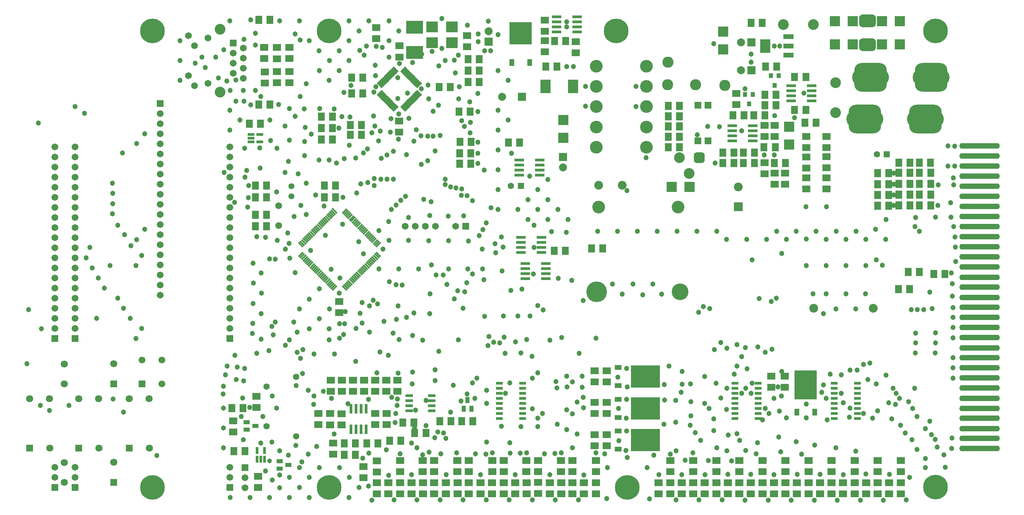
<source format=gts>
%FSLAX43Y43*%
%MOMM*%
G71*
G01*
G75*
G04 Layer_Color=8388736*
%ADD10C,0.300*%
%ADD11R,1.600X1.800*%
%ADD12R,1.800X1.600*%
%ADD13R,1.000X1.600*%
%ADD14R,5.500X5.400*%
%ADD15R,2.200X0.600*%
%ADD16R,2.200X0.600*%
%ADD17R,0.900X0.950*%
%ADD18R,0.900X0.950*%
%ADD19R,2.400X1.000*%
%ADD20R,2.400X3.300*%
%ADD21R,1.300X0.850*%
G04:AMPARAMS|DCode=22|XSize=1.5mm|YSize=0.25mm|CornerRadius=0mm|HoleSize=0mm|Usage=FLASHONLY|Rotation=315.000|XOffset=0mm|YOffset=0mm|HoleType=Round|Shape=Round|*
%AMOVALD22*
21,1,1.250,0.250,0.000,0.000,315.0*
1,1,0.250,-0.442,0.442*
1,1,0.250,0.442,-0.442*
%
%ADD22OVALD22*%

G04:AMPARAMS|DCode=23|XSize=1.5mm|YSize=0.25mm|CornerRadius=0mm|HoleSize=0mm|Usage=FLASHONLY|Rotation=315.000|XOffset=0mm|YOffset=0mm|HoleType=Round|Shape=Rectangle|*
%AMROTATEDRECTD23*
4,1,4,-0.619,0.442,-0.442,0.619,0.619,-0.442,0.442,-0.619,-0.619,0.442,0.0*
%
%ADD23ROTATEDRECTD23*%

G04:AMPARAMS|DCode=24|XSize=1.5mm|YSize=0.25mm|CornerRadius=0mm|HoleSize=0mm|Usage=FLASHONLY|Rotation=45.000|XOffset=0mm|YOffset=0mm|HoleType=Round|Shape=Round|*
%AMOVALD24*
21,1,1.250,0.250,0.000,0.000,45.0*
1,1,0.250,-0.442,-0.442*
1,1,0.250,0.442,0.442*
%
%ADD24OVALD24*%

%ADD25O,10.000X1.200*%
%ADD26R,0.550X1.450*%
%ADD27R,0.550X1.450*%
%ADD28R,1.550X0.600*%
%ADD29R,7.100X5.500*%
%ADD30R,1.600X1.000*%
%ADD31R,5.500X7.100*%
%ADD32R,1.550X0.600*%
%ADD33R,1.700X0.600*%
%ADD34R,1.700X0.600*%
%ADD35R,0.600X2.200*%
%ADD36R,0.600X2.200*%
%ADD37R,0.850X1.300*%
%ADD38R,4.000X3.000*%
G04:AMPARAMS|DCode=39|XSize=1.55mm|YSize=0.3mm|CornerRadius=0mm|HoleSize=0mm|Usage=FLASHONLY|Rotation=315.000|XOffset=0mm|YOffset=0mm|HoleType=Round|Shape=Rectangle|*
%AMROTATEDRECTD39*
4,1,4,-0.654,0.442,-0.442,0.654,0.654,-0.442,0.442,-0.654,-0.654,0.442,0.0*
%
%ADD39ROTATEDRECTD39*%

G04:AMPARAMS|DCode=40|XSize=1.55mm|YSize=0.3mm|CornerRadius=0mm|HoleSize=0mm|Usage=FLASHONLY|Rotation=45.000|XOffset=0mm|YOffset=0mm|HoleType=Round|Shape=Rectangle|*
%AMROTATEDRECTD40*
4,1,4,-0.442,-0.654,-0.654,-0.442,0.442,0.654,0.654,0.442,-0.442,-0.654,0.0*
%
%ADD40ROTATEDRECTD40*%

G04:AMPARAMS|DCode=41|XSize=1.55mm|YSize=0.3mm|CornerRadius=0mm|HoleSize=0mm|Usage=FLASHONLY|Rotation=315.000|XOffset=0mm|YOffset=0mm|HoleType=Round|Shape=Rectangle|*
%AMROTATEDRECTD41*
4,1,4,-0.654,0.442,-0.442,0.654,0.654,-0.442,0.442,-0.654,-0.654,0.442,0.0*
%
%ADD41ROTATEDRECTD41*%

%ADD42R,2.700X2.500*%
%ADD43R,1.450X0.550*%
%ADD44R,1.450X0.550*%
%ADD45R,1.500X1.500*%
%ADD46R,2.300X2.300*%
%ADD47R,2.400X3.300*%
%ADD48R,2.300X2.300*%
%ADD49C,2.000*%
%ADD50C,1.500*%
%ADD51C,0.600*%
%ADD52C,0.800*%
%ADD53C,1.000*%
%ADD54C,0.400*%
%ADD55C,0.500*%
%ADD56C,0.700*%
%ADD57C,0.250*%
%ADD58C,2.500*%
%ADD59C,2.000*%
G04:AMPARAMS|DCode=60|XSize=2.5mm|YSize=2.5mm|CornerRadius=0.625mm|HoleSize=0mm|Usage=FLASHONLY|Rotation=180.000|XOffset=0mm|YOffset=0mm|HoleType=Round|Shape=RoundedRectangle|*
%AMROUNDEDRECTD60*
21,1,2.500,1.250,0,0,180.0*
21,1,1.250,2.500,0,0,180.0*
1,1,1.250,-0.625,0.625*
1,1,1.250,0.625,0.625*
1,1,1.250,0.625,-0.625*
1,1,1.250,-0.625,-0.625*
%
%ADD60ROUNDEDRECTD60*%
%ADD61C,1.400*%
%ADD62R,1.400X1.400*%
%ADD63R,1.800X1.800*%
%ADD64C,1.800*%
%ADD65R,1.800X1.800*%
%ADD66C,2.600*%
%ADD67R,1.500X1.500*%
%ADD68C,1.500*%
%ADD69C,6.000*%
%ADD70C,4.000*%
%ADD71R,1.600X1.600*%
%ADD72C,1.600*%
%ADD73R,1.600X1.600*%
%ADD74C,5.000*%
%ADD75C,1.300*%
G04:AMPARAMS|DCode=76|XSize=4mm|YSize=3mm|CornerRadius=0.75mm|HoleSize=0mm|Usage=FLASHONLY|Rotation=180.000|XOffset=0mm|YOffset=0mm|HoleType=Round|Shape=RoundedRectangle|*
%AMROUNDEDRECTD76*
21,1,4.000,1.500,0,0,180.0*
21,1,2.500,3.000,0,0,180.0*
1,1,1.500,-1.250,0.750*
1,1,1.500,1.250,0.750*
1,1,1.500,1.250,-0.750*
1,1,1.500,-1.250,-0.750*
%
%ADD76ROUNDEDRECTD76*%
G04:AMPARAMS|DCode=77|XSize=8mm|YSize=7mm|CornerRadius=1.75mm|HoleSize=0mm|Usage=FLASHONLY|Rotation=180.000|XOffset=0mm|YOffset=0mm|HoleType=Round|Shape=RoundedRectangle|*
%AMROUNDEDRECTD77*
21,1,8.000,3.500,0,0,180.0*
21,1,4.500,7.000,0,0,180.0*
1,1,3.500,-2.250,1.750*
1,1,3.500,2.250,1.750*
1,1,3.500,2.250,-1.750*
1,1,3.500,-2.250,-1.750*
%
%ADD77ROUNDEDRECTD77*%
%ADD78R,2.000X2.000*%
%ADD79C,3.000*%
%ADD80C,1.000*%
%ADD81C,1.100*%
%ADD82R,1.803X2.003*%
%ADD83R,2.003X1.803*%
%ADD84R,1.203X1.803*%
%ADD85R,5.703X5.603*%
%ADD86R,2.403X0.803*%
%ADD87R,2.403X0.803*%
%ADD88R,1.103X1.153*%
%ADD89R,1.103X1.153*%
%ADD90R,2.603X1.203*%
%ADD91R,2.603X3.503*%
%ADD92R,1.503X1.053*%
G04:AMPARAMS|DCode=93|XSize=1.703mm|YSize=0.453mm|CornerRadius=0mm|HoleSize=0mm|Usage=FLASHONLY|Rotation=315.000|XOffset=0mm|YOffset=0mm|HoleType=Round|Shape=Round|*
%AMOVALD93*
21,1,1.250,0.453,0.000,0.000,315.0*
1,1,0.453,-0.442,0.442*
1,1,0.453,0.442,-0.442*
%
%ADD93OVALD93*%

G04:AMPARAMS|DCode=94|XSize=1.703mm|YSize=0.453mm|CornerRadius=0mm|HoleSize=0mm|Usage=FLASHONLY|Rotation=315.000|XOffset=0mm|YOffset=0mm|HoleType=Round|Shape=Rectangle|*
%AMROTATEDRECTD94*
4,1,4,-0.762,0.442,-0.442,0.762,0.762,-0.442,0.442,-0.762,-0.762,0.442,0.0*
%
%ADD94ROTATEDRECTD94*%

G04:AMPARAMS|DCode=95|XSize=1.703mm|YSize=0.453mm|CornerRadius=0mm|HoleSize=0mm|Usage=FLASHONLY|Rotation=45.000|XOffset=0mm|YOffset=0mm|HoleType=Round|Shape=Round|*
%AMOVALD95*
21,1,1.250,0.453,0.000,0.000,45.0*
1,1,0.453,-0.442,-0.442*
1,1,0.453,0.442,0.442*
%
%ADD95OVALD95*%

%ADD96O,10.203X1.403*%
%ADD97R,0.753X1.653*%
%ADD98R,0.753X1.653*%
%ADD99R,1.753X0.803*%
%ADD100R,7.303X5.703*%
%ADD101R,1.803X1.203*%
%ADD102R,5.703X7.303*%
%ADD103R,1.753X0.803*%
%ADD104R,1.903X0.803*%
%ADD105R,1.903X0.803*%
%ADD106R,0.803X2.403*%
%ADD107R,0.803X2.403*%
%ADD108R,1.053X1.503*%
%ADD109R,4.203X3.203*%
G04:AMPARAMS|DCode=110|XSize=1.753mm|YSize=0.503mm|CornerRadius=0mm|HoleSize=0mm|Usage=FLASHONLY|Rotation=315.000|XOffset=0mm|YOffset=0mm|HoleType=Round|Shape=Rectangle|*
%AMROTATEDRECTD110*
4,1,4,-0.798,0.442,-0.442,0.798,0.798,-0.442,0.442,-0.798,-0.798,0.442,0.0*
%
%ADD110ROTATEDRECTD110*%

G04:AMPARAMS|DCode=111|XSize=1.753mm|YSize=0.503mm|CornerRadius=0mm|HoleSize=0mm|Usage=FLASHONLY|Rotation=45.000|XOffset=0mm|YOffset=0mm|HoleType=Round|Shape=Rectangle|*
%AMROTATEDRECTD111*
4,1,4,-0.442,-0.798,-0.798,-0.442,0.442,0.798,0.798,0.442,-0.442,-0.798,0.0*
%
%ADD111ROTATEDRECTD111*%

G04:AMPARAMS|DCode=112|XSize=1.753mm|YSize=0.503mm|CornerRadius=0mm|HoleSize=0mm|Usage=FLASHONLY|Rotation=315.000|XOffset=0mm|YOffset=0mm|HoleType=Round|Shape=Rectangle|*
%AMROTATEDRECTD112*
4,1,4,-0.798,0.442,-0.442,0.798,0.798,-0.442,0.442,-0.798,-0.798,0.442,0.0*
%
%ADD112ROTATEDRECTD112*%

%ADD113R,2.903X2.703*%
%ADD114R,1.653X0.753*%
%ADD115R,1.653X0.753*%
%ADD116R,1.703X1.703*%
%ADD117R,2.503X2.503*%
%ADD118R,2.603X3.503*%
%ADD119R,2.503X2.503*%
%ADD120C,2.703*%
%ADD121C,2.203*%
G04:AMPARAMS|DCode=122|XSize=2.703mm|YSize=2.703mm|CornerRadius=0.727mm|HoleSize=0mm|Usage=FLASHONLY|Rotation=180.000|XOffset=0mm|YOffset=0mm|HoleType=Round|Shape=RoundedRectangle|*
%AMROUNDEDRECTD122*
21,1,2.703,1.250,0,0,180.0*
21,1,1.250,2.703,0,0,180.0*
1,1,1.453,-0.625,0.625*
1,1,1.453,0.625,0.625*
1,1,1.453,0.625,-0.625*
1,1,1.453,-0.625,-0.625*
%
%ADD122ROUNDEDRECTD122*%
%ADD123C,1.603*%
%ADD124R,1.603X1.603*%
%ADD125R,2.003X2.003*%
%ADD126C,2.003*%
%ADD127R,2.003X2.003*%
%ADD128C,2.803*%
%ADD129R,1.703X1.703*%
%ADD130C,1.703*%
%ADD131C,6.203*%
%ADD132C,4.203*%
%ADD133R,1.803X1.803*%
%ADD134C,1.803*%
%ADD135R,1.803X1.803*%
%ADD136C,5.203*%
%ADD137C,1.503*%
G04:AMPARAMS|DCode=138|XSize=4.203mm|YSize=3.203mm|CornerRadius=0.852mm|HoleSize=0mm|Usage=FLASHONLY|Rotation=180.000|XOffset=0mm|YOffset=0mm|HoleType=Round|Shape=RoundedRectangle|*
%AMROUNDEDRECTD138*
21,1,4.203,1.500,0,0,180.0*
21,1,2.500,3.203,0,0,180.0*
1,1,1.703,-1.250,0.750*
1,1,1.703,1.250,0.750*
1,1,1.703,1.250,-0.750*
1,1,1.703,-1.250,-0.750*
%
%ADD138ROUNDEDRECTD138*%
G04:AMPARAMS|DCode=139|XSize=8.203mm|YSize=7.203mm|CornerRadius=1.852mm|HoleSize=0mm|Usage=FLASHONLY|Rotation=180.000|XOffset=0mm|YOffset=0mm|HoleType=Round|Shape=RoundedRectangle|*
%AMROUNDEDRECTD139*
21,1,8.203,3.500,0,0,180.0*
21,1,4.500,7.203,0,0,180.0*
1,1,3.703,-2.250,1.750*
1,1,3.703,2.250,1.750*
1,1,3.703,2.250,-1.750*
1,1,3.703,-2.250,-1.750*
%
%ADD139ROUNDEDRECTD139*%
%ADD140R,2.203X2.203*%
%ADD141C,3.203*%
%ADD142C,1.203*%
%ADD143C,1.303*%
D82*
X187100Y108400D02*
D03*
X189900Y108400D02*
D03*
X176097Y122003D02*
D03*
X178897Y122003D02*
D03*
X67988Y92593D02*
D03*
X48809Y14115D02*
D03*
X46009D02*
D03*
X70788Y92593D02*
D03*
X222088Y58793D02*
D03*
X215688Y59293D02*
D03*
X102862Y92007D02*
D03*
X105662Y92007D02*
D03*
X213188Y54993D02*
D03*
X215988Y54993D02*
D03*
X213309Y84214D02*
D03*
X216109Y84214D02*
D03*
X218509Y84214D02*
D03*
X221309Y84214D02*
D03*
X210791Y84186D02*
D03*
X207991Y84186D02*
D03*
X213309Y81414D02*
D03*
X216109Y81414D02*
D03*
X218509Y81414D02*
D03*
X221309Y81414D02*
D03*
X210791Y81386D02*
D03*
X207991Y81386D02*
D03*
X213309Y78714D02*
D03*
X216109Y78714D02*
D03*
X218509Y78714D02*
D03*
X221309Y78714D02*
D03*
X210791Y78686D02*
D03*
X207991Y78686D02*
D03*
X213309Y76014D02*
D03*
X216109Y76014D02*
D03*
X218509Y76014D02*
D03*
X221309Y76014D02*
D03*
X210791Y75986D02*
D03*
X207991Y75986D02*
D03*
X88509Y21314D02*
D03*
X91309Y21314D02*
D03*
X91509Y18715D02*
D03*
X94309Y18714D02*
D03*
X218500Y86800D02*
D03*
X221300Y86800D02*
D03*
X73788Y13193D02*
D03*
X76588D02*
D03*
X51388Y78043D02*
D03*
X54188Y78043D02*
D03*
X51388Y80993D02*
D03*
X54188Y80993D02*
D03*
X51388Y70793D02*
D03*
X54188Y70793D02*
D03*
X51388Y73693D02*
D03*
X54188D02*
D03*
X76612Y16107D02*
D03*
X73812Y16107D02*
D03*
X213288Y86793D02*
D03*
X216088Y86793D02*
D03*
X82212Y16107D02*
D03*
X79412Y16107D02*
D03*
X68788Y78093D02*
D03*
X71588Y78093D02*
D03*
X49888Y96593D02*
D03*
X52688Y96593D02*
D03*
X87995Y16802D02*
D03*
X85195Y16802D02*
D03*
X97788Y21693D02*
D03*
X100588Y21693D02*
D03*
X106112Y21707D02*
D03*
X103312Y21707D02*
D03*
X48312Y25007D02*
D03*
X45512Y25007D02*
D03*
X218488Y59293D02*
D03*
X138812Y65207D02*
D03*
X136012Y65207D02*
D03*
X224888Y58793D02*
D03*
X129412Y64607D02*
D03*
X126612D02*
D03*
X71595Y80991D02*
D03*
X68795D02*
D03*
X52305Y122798D02*
D03*
X55105Y122798D02*
D03*
X52305Y101398D02*
D03*
X55105D02*
D03*
X67988Y95493D02*
D03*
X70788D02*
D03*
X67988Y98393D02*
D03*
X70788D02*
D03*
X104938Y107093D02*
D03*
X107738Y107093D02*
D03*
X100445Y105802D02*
D03*
X97645Y105802D02*
D03*
X102638Y99693D02*
D03*
X105438Y99693D02*
D03*
X102838Y89193D02*
D03*
X105638Y89193D02*
D03*
X102838Y86493D02*
D03*
X105638Y86493D02*
D03*
X75655Y104198D02*
D03*
X78455Y104198D02*
D03*
X78462Y108207D02*
D03*
X75662D02*
D03*
X78062Y93807D02*
D03*
X75262D02*
D03*
X78062Y96307D02*
D03*
X75262D02*
D03*
X104938Y112893D02*
D03*
X107738D02*
D03*
X104938Y109993D02*
D03*
X107738Y109993D02*
D03*
X126700Y117400D02*
D03*
X129500Y117400D02*
D03*
X158097Y101103D02*
D03*
X155297D02*
D03*
X158097Y98503D02*
D03*
X155297D02*
D03*
X158100Y95900D02*
D03*
X155300D02*
D03*
X158100Y93300D02*
D03*
X155300D02*
D03*
X158100Y90700D02*
D03*
X155300D02*
D03*
X171797Y86703D02*
D03*
X168997D02*
D03*
X189900Y100100D02*
D03*
X187100Y100100D02*
D03*
X179600Y101300D02*
D03*
X182400Y101300D02*
D03*
X179600Y98700D02*
D03*
X176800D02*
D03*
X174200Y86700D02*
D03*
X177000D02*
D03*
X182003Y86697D02*
D03*
X184803Y86697D02*
D03*
X179603Y103897D02*
D03*
X182403D02*
D03*
X182600Y111000D02*
D03*
X179800D02*
D03*
X182197Y90703D02*
D03*
X179397D02*
D03*
X171603Y98697D02*
D03*
X174403D02*
D03*
X177000Y89300D02*
D03*
X174200D02*
D03*
X169000Y89300D02*
D03*
X171800Y89300D02*
D03*
X192497Y96903D02*
D03*
X189697D02*
D03*
X117900Y91900D02*
D03*
X115100Y91900D02*
D03*
X127305Y110998D02*
D03*
X124505Y110998D02*
D03*
D83*
X190003Y93403D02*
D03*
X190003Y90603D02*
D03*
X51693Y25112D02*
D03*
X51693Y27912D02*
D03*
X52109Y7795D02*
D03*
Y4995D02*
D03*
X87807Y11788D02*
D03*
X136786Y23609D02*
D03*
X136786Y26409D02*
D03*
X139786Y23609D02*
D03*
X139786Y26409D02*
D03*
X136786Y31609D02*
D03*
X136786Y34409D02*
D03*
X139786Y31609D02*
D03*
X139786Y34409D02*
D03*
X184615Y32991D02*
D03*
X184614Y30191D02*
D03*
X181214Y32991D02*
D03*
X181214Y30191D02*
D03*
X136786Y15509D02*
D03*
X136786Y18309D02*
D03*
X139786Y15509D02*
D03*
X139786Y18309D02*
D03*
X196414Y11791D02*
D03*
Y8991D02*
D03*
X196386Y3409D02*
D03*
X196386Y6209D02*
D03*
X190614Y11791D02*
D03*
Y8991D02*
D03*
X190586Y3409D02*
D03*
X190586Y6209D02*
D03*
X184814Y11791D02*
D03*
Y8991D02*
D03*
X184786Y3409D02*
D03*
X184786Y6209D02*
D03*
X179014Y11791D02*
D03*
Y8991D02*
D03*
X178986Y3409D02*
D03*
X178986Y6209D02*
D03*
X173214Y11791D02*
D03*
Y8991D02*
D03*
X173186Y3409D02*
D03*
X173186Y6209D02*
D03*
X167414Y11791D02*
D03*
Y8991D02*
D03*
X167386Y3409D02*
D03*
X167386Y6209D02*
D03*
X161614Y11791D02*
D03*
Y8991D02*
D03*
X161586Y3409D02*
D03*
Y6209D02*
D03*
X202207Y11788D02*
D03*
X131214Y11791D02*
D03*
Y8991D02*
D03*
X128314Y11791D02*
D03*
X128314Y8991D02*
D03*
X131214Y6191D02*
D03*
Y3391D02*
D03*
X128383Y6197D02*
D03*
Y3397D02*
D03*
X122514Y11791D02*
D03*
Y8991D02*
D03*
X119614Y11791D02*
D03*
Y8991D02*
D03*
X122564Y6241D02*
D03*
Y3441D02*
D03*
X119683Y6197D02*
D03*
Y3397D02*
D03*
X113914Y11791D02*
D03*
Y8991D02*
D03*
X111014Y11791D02*
D03*
Y8991D02*
D03*
X113914Y6191D02*
D03*
Y3391D02*
D03*
X110983Y6197D02*
D03*
Y3397D02*
D03*
X108086Y3409D02*
D03*
X108086Y6209D02*
D03*
X213807Y8988D02*
D03*
Y11788D02*
D03*
X213793Y6212D02*
D03*
X213793Y3412D02*
D03*
X208007Y8988D02*
D03*
X208007Y11788D02*
D03*
X207993Y6212D02*
D03*
X207993Y3412D02*
D03*
X202207Y8988D02*
D03*
X202193Y6212D02*
D03*
X202193Y3412D02*
D03*
X155807Y8988D02*
D03*
X155807Y11788D02*
D03*
Y3388D02*
D03*
Y6188D02*
D03*
X137107Y8988D02*
D03*
X137107Y11788D02*
D03*
Y3388D02*
D03*
Y6188D02*
D03*
X82007Y8888D02*
D03*
Y11688D02*
D03*
X81993Y6212D02*
D03*
X81993Y3412D02*
D03*
X84443Y23662D02*
D03*
X84443Y20862D02*
D03*
X81607Y20838D02*
D03*
X81607Y23638D02*
D03*
Y29188D02*
D03*
X81607Y31988D02*
D03*
X78793Y32012D02*
D03*
X78793Y29212D02*
D03*
X84393Y32012D02*
D03*
X84393Y29212D02*
D03*
X87193Y32012D02*
D03*
X87193Y29212D02*
D03*
X73193Y32012D02*
D03*
X73193Y29212D02*
D03*
X75993Y32012D02*
D03*
X75993Y29212D02*
D03*
X70393Y32012D02*
D03*
X70393Y29212D02*
D03*
X70993Y16212D02*
D03*
X70993Y13412D02*
D03*
X70257Y20788D02*
D03*
X70257Y23588D02*
D03*
X73093Y23562D02*
D03*
Y20762D02*
D03*
X72507Y48988D02*
D03*
X72507Y51788D02*
D03*
X87643Y116212D02*
D03*
X87643Y113412D02*
D03*
X78607Y7488D02*
D03*
X78607Y10288D02*
D03*
X67298Y23595D02*
D03*
Y20795D02*
D03*
X45807Y18988D02*
D03*
Y21788D02*
D03*
X84893Y6212D02*
D03*
X84893Y3412D02*
D03*
X87807Y8988D02*
D03*
X87791Y3405D02*
D03*
Y6205D02*
D03*
X53643Y115813D02*
D03*
Y113013D02*
D03*
X59952Y113005D02*
D03*
X59952Y115805D02*
D03*
X56857Y112988D02*
D03*
Y115788D02*
D03*
X53757Y106888D02*
D03*
Y109688D02*
D03*
X59998Y109746D02*
D03*
X59998Y106946D02*
D03*
X56843Y109713D02*
D03*
X56843Y106913D02*
D03*
X81843Y120812D02*
D03*
X81843Y118012D02*
D03*
X87543Y97312D02*
D03*
X87543Y94512D02*
D03*
X104657Y115988D02*
D03*
X104657Y118788D02*
D03*
X90686Y6209D02*
D03*
X90686Y3409D02*
D03*
X93583Y3397D02*
D03*
Y6197D02*
D03*
X96414Y3391D02*
D03*
Y6191D02*
D03*
X93514Y8991D02*
D03*
Y11791D02*
D03*
X96414Y8991D02*
D03*
Y11791D02*
D03*
X99386Y6209D02*
D03*
X99386Y3409D02*
D03*
X102283Y3397D02*
D03*
Y6197D02*
D03*
X105114Y3391D02*
D03*
Y6191D02*
D03*
X102214Y8991D02*
D03*
Y11791D02*
D03*
X105114Y8991D02*
D03*
Y11791D02*
D03*
X210893Y6212D02*
D03*
Y3412D02*
D03*
X205093Y6212D02*
D03*
Y3412D02*
D03*
X199293Y6212D02*
D03*
Y3412D02*
D03*
X152893Y6212D02*
D03*
Y3412D02*
D03*
X134093Y6212D02*
D03*
Y3412D02*
D03*
X125493Y6212D02*
D03*
Y3412D02*
D03*
X116793Y6212D02*
D03*
Y3412D02*
D03*
X193493Y6212D02*
D03*
Y3412D02*
D03*
X187693Y6212D02*
D03*
Y3412D02*
D03*
X181893Y6212D02*
D03*
Y3412D02*
D03*
X176093Y6212D02*
D03*
Y3412D02*
D03*
X170293Y6212D02*
D03*
Y3412D02*
D03*
X164493Y6212D02*
D03*
Y3412D02*
D03*
X158693Y6212D02*
D03*
Y3412D02*
D03*
X124200Y119900D02*
D03*
Y122700D02*
D03*
X132003Y114503D02*
D03*
X132003Y117303D02*
D03*
X124200Y114700D02*
D03*
Y117500D02*
D03*
X182094Y96194D02*
D03*
Y93394D02*
D03*
X179503Y84003D02*
D03*
X179503Y86803D02*
D03*
X195100Y90600D02*
D03*
X195100Y93400D02*
D03*
X179500Y93400D02*
D03*
Y96200D02*
D03*
X184700Y84200D02*
D03*
X184700Y81400D02*
D03*
X195100Y85500D02*
D03*
Y88300D02*
D03*
X195100Y80200D02*
D03*
X195100Y83000D02*
D03*
X190000Y85400D02*
D03*
Y88200D02*
D03*
Y80200D02*
D03*
Y83000D02*
D03*
X172400Y104200D02*
D03*
X172400Y101400D02*
D03*
X182094Y84194D02*
D03*
X182094Y81394D02*
D03*
D84*
X120400Y112000D02*
D03*
X115900Y112000D02*
D03*
X187612Y23971D02*
D03*
X192182D02*
D03*
D85*
X118150Y119400D02*
D03*
D86*
X117789Y87502D02*
D03*
X122989D02*
D03*
X118189Y68002D02*
D03*
X123389D02*
D03*
X119289Y61402D02*
D03*
X124489Y61402D02*
D03*
X132400Y119730D02*
D03*
X191389Y106202D02*
D03*
X186189D02*
D03*
X176604Y92295D02*
D03*
D87*
X122989Y83692D02*
D03*
X122989Y84962D02*
D03*
Y86232D02*
D03*
X117789Y83692D02*
D03*
X117789Y84962D02*
D03*
X117789Y86232D02*
D03*
X123389Y64192D02*
D03*
Y65462D02*
D03*
X123389Y66732D02*
D03*
X118189Y64192D02*
D03*
X118189Y65462D02*
D03*
Y66732D02*
D03*
X124489Y57592D02*
D03*
X124489Y58862D02*
D03*
Y60132D02*
D03*
X119289Y57592D02*
D03*
X119289Y58862D02*
D03*
X119289Y60132D02*
D03*
X132400Y121000D02*
D03*
X132400Y122270D02*
D03*
Y123540D02*
D03*
X127200Y119730D02*
D03*
X127200Y123540D02*
D03*
X127200Y122270D02*
D03*
X127200Y121000D02*
D03*
X186189Y104932D02*
D03*
X186189Y103662D02*
D03*
X186189Y102392D02*
D03*
X191389Y104932D02*
D03*
X191389Y103662D02*
D03*
X191389Y102392D02*
D03*
X176604Y93565D02*
D03*
Y94835D02*
D03*
Y96105D02*
D03*
X171404Y92295D02*
D03*
X171404Y96105D02*
D03*
X171404Y94835D02*
D03*
X171404Y93565D02*
D03*
D88*
X183050Y108750D02*
D03*
X182100Y106250D02*
D03*
X175600Y101625D02*
D03*
X176550Y103975D02*
D03*
D89*
X181150Y108750D02*
D03*
X174650Y103975D02*
D03*
D90*
X185500Y113900D02*
D03*
X185500Y116200D02*
D03*
X185500Y118500D02*
D03*
D91*
X179700Y116200D02*
D03*
D92*
X59694Y10694D02*
D03*
X57495Y11644D02*
D03*
Y9744D02*
D03*
X51398Y20498D02*
D03*
X49198Y21448D02*
D03*
X49198Y19548D02*
D03*
D93*
X69241Y72501D02*
D03*
X62877Y66137D02*
D03*
X63231Y66491D02*
D03*
X63584Y66845D02*
D03*
X63938Y67198D02*
D03*
X64291Y67552D02*
D03*
X64645Y67905D02*
D03*
X64999Y68259D02*
D03*
X65352Y68612D02*
D03*
X65706Y68966D02*
D03*
X66059Y69319D02*
D03*
X66413Y69673D02*
D03*
X66766Y70026D02*
D03*
X67120Y70380D02*
D03*
X67474Y70734D02*
D03*
X67827Y71087D02*
D03*
X68181Y71441D02*
D03*
X68534Y71794D02*
D03*
X68888Y72148D02*
D03*
X69595Y72855D02*
D03*
X69948Y73209D02*
D03*
X70302Y73562D02*
D03*
X70655Y73916D02*
D03*
X71009Y74269D02*
D03*
X82323Y63663D02*
D03*
X81969Y63309D02*
D03*
X81616Y62955D02*
D03*
X81262Y62602D02*
D03*
X80909Y62248D02*
D03*
X80555Y61895D02*
D03*
X80201Y61541D02*
D03*
X79848Y61188D02*
D03*
X79494Y60834D02*
D03*
X78787Y60127D02*
D03*
X78434Y59773D02*
D03*
X78080Y59420D02*
D03*
X76312Y57652D02*
D03*
X75959Y57299D02*
D03*
X75605Y56945D02*
D03*
X75252Y56591D02*
D03*
X74898Y56238D02*
D03*
X74545Y55884D02*
D03*
X74191Y55531D02*
D03*
X73837Y55177D02*
D03*
X77019Y58359D02*
D03*
X77373Y58713D02*
D03*
X77727Y59066D02*
D03*
X76666Y58006D02*
D03*
X79141Y60481D02*
D03*
D94*
X71345Y74640D02*
D03*
D95*
X71363Y55177D02*
D03*
X71009Y55531D02*
D03*
X70656Y55884D02*
D03*
X70302Y56238D02*
D03*
X69948Y56591D02*
D03*
X69595Y56945D02*
D03*
X69241Y57299D02*
D03*
X68888Y57652D02*
D03*
X68534Y58006D02*
D03*
X68181Y58359D02*
D03*
X67827Y58713D02*
D03*
X67473Y59066D02*
D03*
X67120Y59420D02*
D03*
X66766Y59773D02*
D03*
X66413Y60127D02*
D03*
X66059Y60481D02*
D03*
X65706Y60834D02*
D03*
X65352Y61188D02*
D03*
X64999Y61541D02*
D03*
X64645Y61895D02*
D03*
X64291Y62248D02*
D03*
X63938Y62602D02*
D03*
X63584Y62956D02*
D03*
X63231Y63309D02*
D03*
X62877Y63663D02*
D03*
X73837Y74623D02*
D03*
X74191Y74269D02*
D03*
X74545Y73916D02*
D03*
X74898Y73562D02*
D03*
X75252Y73209D02*
D03*
X75605Y72855D02*
D03*
X75959Y72537D02*
D03*
X76312Y72148D02*
D03*
X76666Y71794D02*
D03*
X77019Y71441D02*
D03*
X77373Y71087D02*
D03*
X77727Y70734D02*
D03*
X78080Y70380D02*
D03*
X78434Y70026D02*
D03*
X78787Y69673D02*
D03*
X79141Y69319D02*
D03*
X79494Y68966D02*
D03*
X79848Y68612D02*
D03*
X80201Y68259D02*
D03*
X80555Y67905D02*
D03*
X80909Y67552D02*
D03*
X81262Y67233D02*
D03*
X81616Y66845D02*
D03*
X81969Y66491D02*
D03*
X82323Y66137D02*
D03*
D96*
X233589Y37650D02*
D03*
Y40175D02*
D03*
X233589Y73200D02*
D03*
X233589Y35100D02*
D03*
Y32575D02*
D03*
Y55425D02*
D03*
X233589Y80850D02*
D03*
Y83375D02*
D03*
Y85925D02*
D03*
Y88450D02*
D03*
Y91000D02*
D03*
X233589Y14800D02*
D03*
Y17325D02*
D03*
Y19850D02*
D03*
Y22400D02*
D03*
Y24925D02*
D03*
Y27475D02*
D03*
Y30050D02*
D03*
Y45300D02*
D03*
Y42725D02*
D03*
Y52875D02*
D03*
Y47825D02*
D03*
Y50350D02*
D03*
X233589Y68125D02*
D03*
Y65600D02*
D03*
Y63075D02*
D03*
Y60500D02*
D03*
X233589Y57950D02*
D03*
X233589Y70675D02*
D03*
X233589Y78325D02*
D03*
X233589Y75750D02*
D03*
D97*
X51850Y14275D02*
D03*
X53750D02*
D03*
X52800Y12125D02*
D03*
X51850D02*
D03*
D98*
X53750Y12125D02*
D03*
D99*
X118625Y26165D02*
D03*
Y24895D02*
D03*
X177925D02*
D03*
X202920Y24902D02*
D03*
X118625Y22355D02*
D03*
X177925D02*
D03*
X202920Y22362D02*
D03*
X118625Y23625D02*
D03*
X177925D02*
D03*
X202920Y23632D02*
D03*
X118625Y29975D02*
D03*
Y28705D02*
D03*
X112775Y26165D02*
D03*
Y31245D02*
D03*
X172075D02*
D03*
Y29975D02*
D03*
Y27435D02*
D03*
Y26165D02*
D03*
Y24895D02*
D03*
Y23625D02*
D03*
Y22355D02*
D03*
X177925Y31245D02*
D03*
Y29975D02*
D03*
Y28705D02*
D03*
Y27435D02*
D03*
Y26165D02*
D03*
X202920Y29982D02*
D03*
X202920Y28712D02*
D03*
X202920Y27442D02*
D03*
Y26172D02*
D03*
X197070D02*
D03*
Y27442D02*
D03*
Y31252D02*
D03*
Y24902D02*
D03*
Y23632D02*
D03*
X197070Y22362D02*
D03*
X202920Y31252D02*
D03*
X112775Y29975D02*
D03*
Y27435D02*
D03*
Y24895D02*
D03*
Y23625D02*
D03*
Y22355D02*
D03*
X118625Y31245D02*
D03*
Y27435D02*
D03*
X112775Y28705D02*
D03*
X197070Y28712D02*
D03*
X172075Y28705D02*
D03*
D100*
X149521Y24903D02*
D03*
Y32903D02*
D03*
Y16903D02*
D03*
D101*
X142671Y27188D02*
D03*
Y22618D02*
D03*
Y35188D02*
D03*
Y30618D02*
D03*
Y19188D02*
D03*
Y14618D02*
D03*
D102*
X189897Y30821D02*
D03*
D103*
X197070Y29982D02*
D03*
D104*
X90096Y25610D02*
D03*
X95796Y26880D02*
D03*
D105*
X90096Y24340D02*
D03*
X95796Y28150D02*
D03*
X95796Y25610D02*
D03*
Y24340D02*
D03*
X90096Y26880D02*
D03*
Y28150D02*
D03*
D106*
X77982Y24811D02*
D03*
X76712Y24811D02*
D03*
X75442Y24811D02*
D03*
X77982Y19611D02*
D03*
X76712Y19611D02*
D03*
X75442Y19611D02*
D03*
D107*
X79252Y19611D02*
D03*
Y24811D02*
D03*
D108*
X105752Y24798D02*
D03*
X103852Y24798D02*
D03*
X104802Y26998D02*
D03*
D109*
X91444Y114589D02*
D03*
Y120939D02*
D03*
D110*
X86630Y110208D02*
D03*
X89705Y101475D02*
D03*
X83801Y107380D02*
D03*
X84508Y108087D02*
D03*
X85922Y109501D02*
D03*
D111*
X88645Y110208D02*
D03*
X92534Y106319D02*
D03*
X92180Y106673D02*
D03*
X91827Y107026D02*
D03*
X91473Y107380D02*
D03*
X91120Y107733D02*
D03*
X90766Y108087D02*
D03*
X90412Y108440D02*
D03*
X90059Y108794D02*
D03*
X89705Y109147D02*
D03*
X89352Y109501D02*
D03*
X88998Y109855D02*
D03*
X86630Y100415D02*
D03*
X86276Y100768D02*
D03*
X85922Y101122D02*
D03*
X85569Y101475D02*
D03*
X85215Y101829D02*
D03*
X84862Y102183D02*
D03*
X84508Y102536D02*
D03*
X84155Y102890D02*
D03*
X83801Y103243D02*
D03*
X83448Y103597D02*
D03*
X83094Y103950D02*
D03*
X82740Y104304D02*
D03*
D112*
X91120Y102890D02*
D03*
X91473Y103243D02*
D03*
X88645Y100415D02*
D03*
X88998Y100768D02*
D03*
X89352Y101122D02*
D03*
X90059Y101829D02*
D03*
X90413Y102183D02*
D03*
X90766Y102536D02*
D03*
X91827Y103597D02*
D03*
X92180Y103950D02*
D03*
X92534Y104304D02*
D03*
X82740Y106319D02*
D03*
X83094Y106673D02*
D03*
X83448Y107026D02*
D03*
X84155Y107733D02*
D03*
X84862Y108440D02*
D03*
X85215Y108794D02*
D03*
X85569Y109148D02*
D03*
X86276Y109855D02*
D03*
D113*
X100850Y121000D02*
D03*
X95850D02*
D03*
X95850Y117000D02*
D03*
X100850D02*
D03*
D114*
X50334Y93942D02*
D03*
Y92992D02*
D03*
Y92042D02*
D03*
X52484D02*
D03*
D115*
X52484Y93942D02*
D03*
D116*
X162730Y101300D02*
D03*
Y92300D02*
D03*
X165270D02*
D03*
Y101300D02*
D03*
X104300Y70808D02*
D03*
X27450Y101700D02*
D03*
X45850Y116945D02*
D03*
D117*
X209049Y116594D02*
D03*
X213549Y116594D02*
D03*
X209049Y122394D02*
D03*
X213549D02*
D03*
X156149Y80694D02*
D03*
X160649D02*
D03*
X197249Y116594D02*
D03*
X201749D02*
D03*
X197249Y122394D02*
D03*
X201749D02*
D03*
D118*
X131375Y106000D02*
D03*
X124425D02*
D03*
D119*
X185706Y91349D02*
D03*
Y95849D02*
D03*
X169100Y119800D02*
D03*
X169100Y115300D02*
D03*
X128906Y93049D02*
D03*
Y97549D02*
D03*
D120*
X191800Y121600D02*
D03*
X184300D02*
D03*
X158100Y88100D02*
D03*
X160600Y84100D02*
D03*
X42500Y104600D02*
D03*
Y120400D02*
D03*
X197400Y106900D02*
D03*
Y99400D02*
D03*
D121*
X137800Y81100D02*
D03*
X143700D02*
D03*
X206897Y50112D02*
D03*
X191897D02*
D03*
X172900Y80700D02*
D03*
D122*
X163100Y88100D02*
D03*
D123*
X115688Y80909D02*
D03*
X54190Y30394D02*
D03*
Y20394D02*
D03*
X61690Y17894D02*
D03*
Y32894D02*
D03*
X207799Y88900D02*
D03*
D124*
X118188Y80909D02*
D03*
X210299Y88900D02*
D03*
D125*
X110100Y117300D02*
D03*
X128800Y88200D02*
D03*
D126*
X110100Y119900D02*
D03*
X113500Y103400D02*
D03*
X173600Y117100D02*
D03*
X173600Y110100D02*
D03*
X128800Y85600D02*
D03*
D127*
X118500Y103400D02*
D03*
X176200Y117100D02*
D03*
X176200Y110100D02*
D03*
D128*
X155100Y106400D02*
D03*
X155200Y112100D02*
D03*
X162200Y106400D02*
D03*
X169500Y106300D02*
D03*
D129*
X6039Y4991D02*
D03*
X45000Y42500D02*
D03*
Y5000D02*
D03*
X6050Y42500D02*
D03*
X48800Y10000D02*
D03*
X989Y4991D02*
D03*
X22851Y31091D02*
D03*
X1000Y42500D02*
D03*
D130*
X6039Y7531D02*
D03*
Y10071D02*
D03*
X101760Y70808D02*
D03*
X96680D02*
D03*
X94140D02*
D03*
X91600D02*
D03*
X89060D02*
D03*
X45000Y83140D02*
D03*
Y80600D02*
D03*
Y85680D02*
D03*
Y72980D02*
D03*
Y75520D02*
D03*
Y65360D02*
D03*
Y45040D02*
D03*
Y47580D02*
D03*
Y50120D02*
D03*
Y52660D02*
D03*
Y55200D02*
D03*
Y57740D02*
D03*
Y60280D02*
D03*
Y62820D02*
D03*
Y67900D02*
D03*
Y70440D02*
D03*
Y78060D02*
D03*
Y90760D02*
D03*
Y88220D02*
D03*
Y7540D02*
D03*
Y10080D02*
D03*
X6050Y90760D02*
D03*
Y88220D02*
D03*
Y85680D02*
D03*
Y83140D02*
D03*
Y80600D02*
D03*
Y78060D02*
D03*
Y75520D02*
D03*
Y72980D02*
D03*
Y70440D02*
D03*
Y67900D02*
D03*
Y65360D02*
D03*
Y62820D02*
D03*
Y60280D02*
D03*
Y57740D02*
D03*
Y55200D02*
D03*
Y52660D02*
D03*
Y50120D02*
D03*
Y47580D02*
D03*
Y45040D02*
D03*
X27450Y53440D02*
D03*
Y55980D02*
D03*
Y58520D02*
D03*
Y61060D02*
D03*
Y63600D02*
D03*
Y66140D02*
D03*
Y68680D02*
D03*
Y71220D02*
D03*
Y73760D02*
D03*
Y76300D02*
D03*
Y78840D02*
D03*
Y81380D02*
D03*
Y83920D02*
D03*
Y86460D02*
D03*
Y89000D02*
D03*
Y91540D02*
D03*
Y94080D02*
D03*
Y96620D02*
D03*
Y99160D02*
D03*
X48800Y4920D02*
D03*
Y7460D02*
D03*
X1000Y80600D02*
D03*
X989Y10071D02*
D03*
Y7531D02*
D03*
X48400Y115675D02*
D03*
X45850Y114405D02*
D03*
X48400Y113135D02*
D03*
X45850Y111865D02*
D03*
X48400Y110595D02*
D03*
X45850Y109325D02*
D03*
X48400Y108055D02*
D03*
X34600Y118810D02*
D03*
X36120Y116270D02*
D03*
X34600Y108700D02*
D03*
X36120Y106190D02*
D03*
X39500Y106800D02*
D03*
Y118200D02*
D03*
X57300Y70942D02*
D03*
X57300Y75942D02*
D03*
X27851Y31091D02*
D03*
X22851Y37091D02*
D03*
X27851D02*
D03*
X1000Y45040D02*
D03*
Y47580D02*
D03*
Y50120D02*
D03*
Y52660D02*
D03*
Y55200D02*
D03*
Y57740D02*
D03*
Y60280D02*
D03*
Y62820D02*
D03*
Y65360D02*
D03*
Y67900D02*
D03*
Y70440D02*
D03*
Y72980D02*
D03*
X1000Y75520D02*
D03*
X1000Y78060D02*
D03*
Y83140D02*
D03*
Y85680D02*
D03*
Y88220D02*
D03*
Y90760D02*
D03*
D131*
X25550Y120000D02*
D03*
Y5000D02*
D03*
X222500Y120000D02*
D03*
Y5050D02*
D03*
X70000Y120000D02*
D03*
Y5000D02*
D03*
X142200Y120000D02*
D03*
X145000Y5000D02*
D03*
D132*
X158305Y54291D02*
D03*
X223960Y108300D02*
D03*
X218880D02*
D03*
X208720D02*
D03*
X203640D02*
D03*
X222540Y97800D02*
D03*
X217460D02*
D03*
X207300D02*
D03*
X202220D02*
D03*
D133*
X15809Y31103D02*
D03*
Y6303D02*
D03*
D134*
X15809Y36183D02*
D03*
X3309Y31103D02*
D03*
Y36103D02*
D03*
X15809Y11383D02*
D03*
X3309Y6303D02*
D03*
Y11303D02*
D03*
X12083Y14891D02*
D03*
X7003Y27391D02*
D03*
X12003D02*
D03*
X24703D02*
D03*
X19703D02*
D03*
X24783Y14891D02*
D03*
X-397Y27391D02*
D03*
X-5397D02*
D03*
X-317Y14891D02*
D03*
D135*
X7003D02*
D03*
X19703Y14891D02*
D03*
X-5397D02*
D03*
D136*
X137305Y54291D02*
D03*
D137*
X60505Y80849D02*
D03*
Y78349D02*
D03*
D138*
X205400Y116500D02*
D03*
Y122500D02*
D03*
D139*
X221420Y108300D02*
D03*
X206180D02*
D03*
X220000Y97800D02*
D03*
X204760D02*
D03*
D140*
X172900Y75700D02*
D03*
D141*
X137200Y111100D02*
D03*
X149800D02*
D03*
Y106000D02*
D03*
X137200Y100900D02*
D03*
X149800D02*
D03*
X137200Y95800D02*
D03*
X149800D02*
D03*
X137200Y90700D02*
D03*
X149800D02*
D03*
X137200Y106000D02*
D03*
X157800Y75600D02*
D03*
X137800D02*
D03*
D142*
X55000Y11700D02*
D03*
D143*
X221400Y106000D02*
D03*
X221300Y110500D02*
D03*
X220100Y95700D02*
D03*
X219900Y100100D02*
D03*
X204800Y95700D02*
D03*
X204700Y100000D02*
D03*
X206000Y106000D02*
D03*
X206100Y110600D02*
D03*
X189900Y75700D02*
D03*
X206800Y116600D02*
D03*
X204000Y122500D02*
D03*
X206800D02*
D03*
X204000Y116600D02*
D03*
X179400Y88700D02*
D03*
X182100Y98600D02*
D03*
X173800Y94800D02*
D03*
X147200Y100900D02*
D03*
Y106000D02*
D03*
X129700Y111000D02*
D03*
X131400D02*
D03*
X144900Y79800D02*
D03*
X149700Y88100D02*
D03*
X110599Y115000D02*
D03*
X227400Y85925D02*
D03*
X225700Y91000D02*
D03*
X59700Y13150D02*
D03*
X61100Y46650D02*
D03*
X52550Y90500D02*
D03*
X43300Y28550D02*
D03*
X48250Y27500D02*
D03*
X43400Y24950D02*
D03*
X47850Y22900D02*
D03*
X53300Y22850D02*
D03*
X48350Y17000D02*
D03*
X43400Y20000D02*
D03*
Y15000D02*
D03*
X96600Y31950D02*
D03*
X86900Y47350D02*
D03*
X83800Y46800D02*
D03*
X104100Y54250D02*
D03*
X89400Y88850D02*
D03*
X96600Y89750D02*
D03*
X98350Y115600D02*
D03*
X98300Y123150D02*
D03*
X109050Y48100D02*
D03*
X132850Y38800D02*
D03*
X158750Y31000D02*
D03*
X158799Y34250D02*
D03*
X153600Y53650D02*
D03*
X137501Y69500D02*
D03*
X142501D02*
D03*
X147500Y69550D02*
D03*
X152500Y69500D02*
D03*
X157551Y69500D02*
D03*
X162501D02*
D03*
X167501D02*
D03*
X170000Y67500D02*
D03*
X175000D02*
D03*
X179999Y67500D02*
D03*
X182551Y69500D02*
D03*
X184999Y67500D02*
D03*
X187500Y69500D02*
D03*
X189999Y67550D02*
D03*
X192500Y69550D02*
D03*
X195050Y67500D02*
D03*
X210000D02*
D03*
X207500Y70000D02*
D03*
X205000Y67500D02*
D03*
X202551Y69500D02*
D03*
X200050Y67500D02*
D03*
X197551Y69500D02*
D03*
X210050Y72500D02*
D03*
X209200Y60950D02*
D03*
X205050Y60850D02*
D03*
X200000Y60900D02*
D03*
X195000D02*
D03*
X190050D02*
D03*
X204950Y53750D02*
D03*
X200000D02*
D03*
X195050D02*
D03*
X202500Y49950D02*
D03*
X197450D02*
D03*
X171900Y33500D02*
D03*
X193950Y29000D02*
D03*
X189999Y26000D02*
D03*
X190000Y22500D02*
D03*
X184999Y22500D02*
D03*
X224999Y10050D02*
D03*
X219999Y10000D02*
D03*
X226599Y14800D02*
D03*
X226699Y17450D02*
D03*
X222550Y43950D02*
D03*
X217500Y43900D02*
D03*
X222550Y41400D02*
D03*
X217500D02*
D03*
X222450Y38900D02*
D03*
X217450D02*
D03*
X221700Y50050D02*
D03*
X221100Y54150D02*
D03*
X226800Y53200D02*
D03*
X118100Y13600D02*
D03*
X129750Y33000D02*
D03*
X129800Y30350D02*
D03*
X118200Y38900D02*
D03*
X114000Y42850D02*
D03*
X120550Y48200D02*
D03*
X117500D02*
D03*
X113800Y48200D02*
D03*
X118500Y54950D02*
D03*
X127600Y57650D02*
D03*
X113750Y65500D02*
D03*
X113350Y68100D02*
D03*
X120450Y83400D02*
D03*
X125000Y82550D02*
D03*
X122500Y80000D02*
D03*
X125000Y77450D02*
D03*
X120000Y77500D02*
D03*
Y72500D02*
D03*
X125000Y72500D02*
D03*
X130050Y72500D02*
D03*
X127500Y75050D02*
D03*
X122450Y75000D02*
D03*
X117500D02*
D03*
X112500Y119050D02*
D03*
X107450Y119200D02*
D03*
X110000Y122400D02*
D03*
X115050Y97500D02*
D03*
X115000Y107500D02*
D03*
X112500Y110000D02*
D03*
Y100000D02*
D03*
X112500Y95000D02*
D03*
Y90000D02*
D03*
Y85000D02*
D03*
Y75000D02*
D03*
X112500Y80000D02*
D03*
X103850Y73450D02*
D03*
X95250Y73500D02*
D03*
X99950Y73300D02*
D03*
X89950Y73000D02*
D03*
X82500Y69650D02*
D03*
X84950Y72000D02*
D03*
X85000Y67200D02*
D03*
X89950Y67200D02*
D03*
X95000Y67150D02*
D03*
X100000D02*
D03*
X105000Y67050D02*
D03*
X113450Y59500D02*
D03*
X108550Y60000D02*
D03*
X104850Y60000D02*
D03*
X100000D02*
D03*
X92500Y60050D02*
D03*
X87500D02*
D03*
X82500Y60000D02*
D03*
X91300Y48950D02*
D03*
X78300Y46400D02*
D03*
X74050Y49300D02*
D03*
X78300Y51550D02*
D03*
X70000Y44950D02*
D03*
X70050Y50000D02*
D03*
X67550Y47500D02*
D03*
X65000Y44950D02*
D03*
X62500Y50000D02*
D03*
X65000Y52450D02*
D03*
X67550Y55000D02*
D03*
X32500Y107500D02*
D03*
X32500Y117500D02*
D03*
Y112500D02*
D03*
X71200Y100350D02*
D03*
X67600Y100400D02*
D03*
X63700Y100350D02*
D03*
X60000Y100450D02*
D03*
X57300Y101450D02*
D03*
X52800Y103500D02*
D03*
X63800Y92150D02*
D03*
X63950Y95700D02*
D03*
X58900Y96000D02*
D03*
X55050Y97500D02*
D03*
X45050Y105000D02*
D03*
X47550Y97500D02*
D03*
X45000Y100000D02*
D03*
X45000Y95000D02*
D03*
X48700Y90450D02*
D03*
X51750Y68200D02*
D03*
X52800Y16200D02*
D03*
X54000Y9150D02*
D03*
X45050Y2500D02*
D03*
X50050D02*
D03*
X55000D02*
D03*
X57500Y4950D02*
D03*
X60000Y2500D02*
D03*
Y7500D02*
D03*
X62500Y10000D02*
D03*
Y5000D02*
D03*
X64950Y2500D02*
D03*
X65000Y7550D02*
D03*
X67500Y10000D02*
D03*
X72550Y10000D02*
D03*
X75050Y7500D02*
D03*
X77500Y5000D02*
D03*
X75000Y2500D02*
D03*
X66800Y15350D02*
D03*
X61600Y15550D02*
D03*
X43900Y33400D02*
D03*
X46600Y32150D02*
D03*
X55950Y43400D02*
D03*
X52850Y42300D02*
D03*
X51800Y38800D02*
D03*
X50650Y43800D02*
D03*
X50750Y46300D02*
D03*
X52900Y48800D02*
D03*
X50800Y51350D02*
D03*
X52950Y53900D02*
D03*
X50900Y56450D02*
D03*
X52900Y59000D02*
D03*
X50850Y61500D02*
D03*
X61450Y59100D02*
D03*
X59900Y66450D02*
D03*
X64200Y73750D02*
D03*
X52600Y85450D02*
D03*
X59700Y87150D02*
D03*
X62150Y84000D02*
D03*
X58850Y84300D02*
D03*
X49650Y78000D02*
D03*
X49700Y81000D02*
D03*
X48550Y102300D02*
D03*
X48400Y104950D02*
D03*
X48550Y117900D02*
D03*
X65000Y117500D02*
D03*
X67450Y115000D02*
D03*
X85050Y117500D02*
D03*
X87500Y120000D02*
D03*
X85000Y122500D02*
D03*
X75000Y122550D02*
D03*
X80000Y122500D02*
D03*
X77500Y120000D02*
D03*
X75000Y117500D02*
D03*
X72500Y115000D02*
D03*
X67500Y110000D02*
D03*
X70050Y112500D02*
D03*
X75000D02*
D03*
X72500Y110000D02*
D03*
X70000Y107500D02*
D03*
X73700Y104500D02*
D03*
X75050Y91200D02*
D03*
X69950Y87500D02*
D03*
X67450D02*
D03*
X63750Y88600D02*
D03*
X60000Y92500D02*
D03*
X64200Y106650D02*
D03*
X57500Y122500D02*
D03*
X62500D02*
D03*
X45000D02*
D03*
X42150Y108100D02*
D03*
X38800Y110750D02*
D03*
X38000Y113400D02*
D03*
X41400D02*
D03*
X43500Y115200D02*
D03*
X55250Y92400D02*
D03*
X55550Y16400D02*
D03*
X55700Y28050D02*
D03*
X66150D02*
D03*
Y38600D02*
D03*
X71350D02*
D03*
X83550Y65000D02*
D03*
X108500D02*
D03*
X75450Y106300D02*
D03*
X81700Y105900D02*
D03*
X93150Y105450D02*
D03*
X227450Y68100D02*
D03*
X59550Y69100D02*
D03*
X53950Y68000D02*
D03*
X54800Y39500D02*
D03*
X63400Y39700D02*
D03*
X63150Y11450D02*
D03*
X65450Y93950D02*
D03*
X62850Y76050D02*
D03*
X46500Y102250D02*
D03*
X77750Y48900D02*
D03*
X82200Y51250D02*
D03*
X108950Y57350D02*
D03*
X110650Y75450D02*
D03*
X85650Y75050D02*
D03*
X77900Y81450D02*
D03*
X64250Y81600D02*
D03*
X61150Y73250D02*
D03*
X80100Y50750D02*
D03*
Y44100D02*
D03*
X26650Y13050D02*
D03*
X46200Y76800D02*
D03*
X46300Y38300D02*
D03*
X62800Y37500D02*
D03*
X63250Y33700D02*
D03*
X81950Y33900D02*
D03*
X43350Y30450D02*
D03*
X92050Y15000D02*
D03*
X49450Y75600D02*
D03*
X48450Y31800D02*
D03*
X64750Y29500D02*
D03*
X55000Y62550D02*
D03*
X55550Y45550D02*
D03*
X56450Y46650D02*
D03*
Y62500D02*
D03*
X56750Y25007D02*
D03*
X56900Y67250D02*
D03*
X55650Y6900D02*
D03*
X60000Y42150D02*
D03*
X60021Y62779D02*
D03*
X58950Y40800D02*
D03*
Y65050D02*
D03*
X56850Y90400D02*
D03*
X93200Y86350D02*
D03*
X97900Y93650D02*
D03*
X95650Y76950D02*
D03*
X86850Y76150D02*
D03*
X79700Y81800D02*
D03*
X93800Y77550D02*
D03*
X88000Y77300D02*
D03*
X81300Y81050D02*
D03*
X107700Y68450D02*
D03*
X96900Y58500D02*
D03*
X85100Y56800D02*
D03*
X81050Y52150D02*
D03*
X98700Y58550D02*
D03*
X86850Y56050D02*
D03*
X87300Y50750D02*
D03*
X108700Y69900D02*
D03*
X107500Y117300D02*
D03*
X109500Y71600D02*
D03*
X71850Y86700D02*
D03*
X8400Y99250D02*
D03*
X6050Y100950D02*
D03*
X50200Y101350D02*
D03*
Y122800D02*
D03*
X36300Y111850D02*
D03*
X51400Y116450D02*
D03*
X46550Y107600D02*
D03*
X61450Y98450D02*
D03*
Y119250D02*
D03*
X82750Y39100D02*
D03*
X97600Y39250D02*
D03*
X61950Y44100D02*
D03*
Y39000D02*
D03*
X84900Y38300D02*
D03*
X81300Y82800D02*
D03*
X89200Y78350D02*
D03*
X106050Y77200D02*
D03*
X106050Y58750D02*
D03*
X88350Y55950D02*
D03*
X73900Y46200D02*
D03*
X73600Y43550D02*
D03*
X86050Y43900D02*
D03*
X72550Y46200D02*
D03*
Y42600D02*
D03*
X91000Y43300D02*
D03*
X89450Y47800D02*
D03*
X95300Y48750D02*
D03*
X56800Y79450D02*
D03*
X57550Y14250D02*
D03*
X57500Y8100D02*
D03*
X43550Y84350D02*
D03*
X44350Y35600D02*
D03*
X76750Y45050D02*
D03*
X76650Y36750D02*
D03*
X50000Y25150D02*
D03*
X101450Y52500D02*
D03*
X102300Y54500D02*
D03*
X104600Y56600D02*
D03*
X99600Y56100D02*
D03*
X51450Y104950D02*
D03*
X51400Y119400D02*
D03*
X62650Y103500D02*
D03*
Y117700D02*
D03*
X44200Y107350D02*
D03*
X95400Y53800D02*
D03*
X95700Y61050D02*
D03*
X46850Y35300D02*
D03*
X49250Y84850D02*
D03*
X48800Y83150D02*
D03*
X48750Y35000D02*
D03*
X83050Y87900D02*
D03*
X83000Y82650D02*
D03*
X84550Y88700D02*
D03*
Y82650D02*
D03*
X86100Y89700D02*
D03*
Y82650D02*
D03*
X104650Y78500D02*
D03*
X103250Y78600D02*
D03*
X103300Y80150D02*
D03*
X101900Y80450D02*
D03*
X100500Y80700D02*
D03*
X99200Y81250D02*
D03*
X99150Y82600D02*
D03*
X61700Y30650D02*
D03*
X218450Y69500D02*
D03*
X217400Y70700D02*
D03*
X227150D02*
D03*
X227500Y65550D02*
D03*
X111750Y66350D02*
D03*
X111900Y64100D02*
D03*
X121400Y58800D02*
D03*
X131000Y57150D02*
D03*
X129650Y69250D02*
D03*
X226800Y56300D02*
D03*
X191750Y53800D02*
D03*
X219550Y49750D02*
D03*
X217950Y49800D02*
D03*
X216400D02*
D03*
X182500Y52700D02*
D03*
X178200Y52550D02*
D03*
X181200Y51800D02*
D03*
X194350Y48750D02*
D03*
X226950Y50300D02*
D03*
X164150Y50550D02*
D03*
X165750Y50050D02*
D03*
X226900Y47800D02*
D03*
X162950Y49150D02*
D03*
X226900Y45300D02*
D03*
Y42700D02*
D03*
Y37650D02*
D03*
X112900Y41400D02*
D03*
X119650Y42250D02*
D03*
X226900Y35150D02*
D03*
X166900Y39750D02*
D03*
X168550Y41450D02*
D03*
X125500Y8200D02*
D03*
Y42100D02*
D03*
X155500Y35600D02*
D03*
X172550D02*
D03*
Y41000D02*
D03*
X226900Y32500D02*
D03*
X206000Y36300D02*
D03*
X177850Y40350D02*
D03*
X204450Y36000D02*
D03*
X201050Y34550D02*
D03*
X198800Y33400D02*
D03*
X194350Y30850D02*
D03*
X183250Y24250D02*
D03*
X195000Y27450D02*
D03*
X217300Y30000D02*
D03*
X215750Y26600D02*
D03*
X216750Y24900D02*
D03*
X217900Y22850D02*
D03*
X220000Y19850D02*
D03*
X-3200Y96750D02*
D03*
X23600Y94100D02*
D03*
X23550Y70000D02*
D03*
X21550Y91600D02*
D03*
Y67400D02*
D03*
X18000Y89250D02*
D03*
X9750Y65450D02*
D03*
X15450Y81600D02*
D03*
X8800Y62850D02*
D03*
X15500Y79050D02*
D03*
X10350Y60300D02*
D03*
X15500Y76500D02*
D03*
X11850Y57750D02*
D03*
X15450Y73900D02*
D03*
X13450Y55200D02*
D03*
X16790Y52660D02*
D03*
X16800Y71050D02*
D03*
X-350Y24400D02*
D03*
X-2650Y25700D02*
D03*
X-6050Y36200D02*
D03*
X-2400Y44950D02*
D03*
X-5650Y49800D02*
D03*
X18500Y68650D02*
D03*
X18250Y50100D02*
D03*
X11500Y47550D02*
D03*
X20100Y65850D02*
D03*
X19900Y47600D02*
D03*
X22850Y63450D02*
D03*
Y45050D02*
D03*
X14850Y60850D02*
D03*
X21400Y60900D02*
D03*
Y42500D02*
D03*
X87450Y92750D02*
D03*
X154299Y30900D02*
D03*
X154350Y27000D02*
D03*
X175099Y34850D02*
D03*
X160899Y31050D02*
D03*
X160950Y26600D02*
D03*
X107400Y104250D02*
D03*
X75200Y98300D02*
D03*
X87527Y99077D02*
D03*
X87650Y111750D02*
D03*
X87250Y102950D02*
D03*
X89709Y104300D02*
D03*
X87200Y108250D02*
D03*
X72500Y53900D02*
D03*
X73400Y78100D02*
D03*
X18200Y24000D02*
D03*
X109050Y115000D02*
D03*
X81200Y104550D02*
D03*
X81500Y96000D02*
D03*
X81150Y98550D02*
D03*
X82800Y94750D02*
D03*
X91900Y95100D02*
D03*
X93250Y114100D02*
D03*
X94900Y106319D02*
D03*
X133950Y25100D02*
D03*
X100550Y24000D02*
D03*
X103700Y50150D02*
D03*
X104700Y28550D02*
D03*
X79900Y5350D02*
D03*
X81800Y116050D02*
D03*
X80700Y94300D02*
D03*
X107393Y99693D02*
D03*
X96150Y99750D02*
D03*
Y93450D02*
D03*
X64750Y13400D02*
D03*
X84950Y8050D02*
D03*
X87800Y13500D02*
D03*
X104000Y95950D02*
D03*
X103300Y97350D02*
D03*
X102550Y102850D02*
D03*
X101750Y109400D02*
D03*
X102500Y113900D02*
D03*
X101450Y112600D02*
D03*
X99200Y112500D02*
D03*
X79600Y90300D02*
D03*
X79400Y116150D02*
D03*
X78600Y89250D02*
D03*
X78800Y113900D02*
D03*
X170050Y40050D02*
D03*
X164450Y32900D02*
D03*
X165550Y24900D02*
D03*
X163400Y16850D02*
D03*
X226500Y59050D02*
D03*
X97300Y19000D02*
D03*
X98750Y18700D02*
D03*
X132400Y26500D02*
D03*
Y18500D02*
D03*
X96600Y34600D02*
D03*
X182900Y30300D02*
D03*
X95850Y114850D02*
D03*
X95000Y102850D02*
D03*
X121500Y71000D02*
D03*
X121562Y65462D02*
D03*
X125900Y69400D02*
D03*
X127050Y31650D02*
D03*
X105450Y94300D02*
D03*
X107100Y32550D02*
D03*
X107400Y91950D02*
D03*
Y86600D02*
D03*
Y89200D02*
D03*
X123850Y49700D02*
D03*
X123650Y23650D02*
D03*
X115450Y31350D02*
D03*
Y16250D02*
D03*
X99350Y17350D02*
D03*
X99400Y8200D02*
D03*
X109550Y26200D02*
D03*
Y16400D02*
D03*
X90700Y16150D02*
D03*
Y8200D02*
D03*
X91000Y34000D02*
D03*
X122500Y33850D02*
D03*
X122450Y22400D02*
D03*
X122500Y50800D02*
D03*
X176400Y62350D02*
D03*
Y31250D02*
D03*
X179000Y22000D02*
D03*
X206700Y22450D02*
D03*
X207600Y62350D02*
D03*
X207650Y31050D02*
D03*
X180600Y23600D02*
D03*
X181350Y39800D02*
D03*
X204450Y23650D02*
D03*
X179700Y39000D02*
D03*
Y24900D02*
D03*
X121100Y32550D02*
D03*
Y24850D02*
D03*
X121050Y38000D02*
D03*
X201050Y24950D02*
D03*
X70000Y42200D02*
D03*
X68500Y29200D02*
D03*
X85750Y27650D02*
D03*
X87300Y33800D02*
D03*
X87550Y42250D02*
D03*
X93500Y13200D02*
D03*
Y42100D02*
D03*
X102050Y13700D02*
D03*
X102450Y42150D02*
D03*
X225700Y85900D02*
D03*
X110200Y43000D02*
D03*
X227589Y61875D02*
D03*
X131150Y31600D02*
D03*
Y23550D02*
D03*
Y15000D02*
D03*
X183850Y63950D02*
D03*
Y34250D02*
D03*
X127250Y30050D02*
D03*
X127350Y20900D02*
D03*
X154250D02*
D03*
X158550Y28950D02*
D03*
X77700Y115100D02*
D03*
X76650Y88000D02*
D03*
X111350Y41550D02*
D03*
X227350Y90950D02*
D03*
X111050Y13700D02*
D03*
X108100Y8250D02*
D03*
X109950Y40750D02*
D03*
X167350Y31250D02*
D03*
X170050Y30000D02*
D03*
X116900Y41700D02*
D03*
X116800Y8200D02*
D03*
X119650Y13750D02*
D03*
X168550Y27500D02*
D03*
X164450Y26200D02*
D03*
X170050Y14250D02*
D03*
X174750Y14300D02*
D03*
X174800Y30000D02*
D03*
X176150Y28700D02*
D03*
X159550Y11850D02*
D03*
X160800Y20650D02*
D03*
X165400Y11800D02*
D03*
X166700Y19300D02*
D03*
X171200Y11650D02*
D03*
X172600Y18550D02*
D03*
X181900Y27400D02*
D03*
X199300Y26300D02*
D03*
X210100Y33250D02*
D03*
X205550Y32200D02*
D03*
X210800Y26300D02*
D03*
X211850Y30000D02*
D03*
X212600Y28700D02*
D03*
X213500Y27450D02*
D03*
X170300Y8300D02*
D03*
X176050D02*
D03*
X181900Y8250D02*
D03*
X187700Y8300D02*
D03*
X221100Y21650D02*
D03*
X213750Y20700D02*
D03*
X221500Y18300D02*
D03*
X214900Y18700D02*
D03*
X222450Y17150D02*
D03*
X216650Y17050D02*
D03*
X193500Y8300D02*
D03*
X199323Y8250D02*
D03*
X205000Y8350D02*
D03*
X210900Y8300D02*
D03*
X223000Y15150D02*
D03*
X217900Y14550D02*
D03*
X224650Y13200D02*
D03*
X220000Y12250D02*
D03*
X15650Y27300D02*
D03*
X4550Y25700D02*
D03*
X227000Y83000D02*
D03*
X227150Y81200D02*
D03*
X223250D02*
D03*
X223100Y76050D02*
D03*
X155800Y13400D02*
D03*
X137100Y13700D02*
D03*
Y42600D02*
D03*
X212050Y84200D02*
D03*
Y81400D02*
D03*
Y78700D02*
D03*
Y76000D02*
D03*
X164500Y8200D02*
D03*
X158700Y8250D02*
D03*
X152950D02*
D03*
X134100Y8150D02*
D03*
X128450Y42750D02*
D03*
X128400Y13750D02*
D03*
X72400Y95500D02*
D03*
X93100Y93550D02*
D03*
X73200Y98400D02*
D03*
X73750Y87800D02*
D03*
X94750Y87300D02*
D03*
X94800Y93500D02*
D03*
X109000Y84900D02*
D03*
X198800Y28700D02*
D03*
X173800D02*
D03*
X173750Y37950D02*
D03*
X114300Y28700D02*
D03*
X114250Y38800D02*
D03*
X106000Y31300D02*
D03*
X103150Y26800D02*
D03*
X101250Y30700D02*
D03*
X86750Y23650D02*
D03*
X94350Y26900D02*
D03*
Y20600D02*
D03*
X91700Y24450D02*
D03*
X91500Y20000D02*
D03*
X95150Y13850D02*
D03*
X115850Y89200D02*
D03*
X115700Y54650D02*
D03*
X74700Y26100D02*
D03*
X86600Y21350D02*
D03*
X87050Y25650D02*
D03*
X72700Y57750D02*
D03*
X78600Y63850D02*
D03*
X77450Y66900D02*
D03*
X73350Y71300D02*
D03*
X69000Y68500D02*
D03*
X65279Y64650D02*
D03*
X70500Y59950D02*
D03*
X226350Y76700D02*
D03*
X226399Y73050D02*
D03*
X222499D02*
D03*
X217550Y73000D02*
D03*
X151400Y56200D02*
D03*
X148850Y53550D02*
D03*
X146400Y56200D02*
D03*
X143750Y53650D02*
D03*
X141250Y56250D02*
D03*
X133900Y52100D02*
D03*
X144800Y27200D02*
D03*
X144700Y22400D02*
D03*
X142750Y24900D02*
D03*
X144800Y35000D02*
D03*
X145000Y30350D02*
D03*
X142600Y32750D02*
D03*
X150600Y2100D02*
D03*
X157299Y1850D02*
D03*
X162999D02*
D03*
X168899D02*
D03*
X174650Y1800D02*
D03*
X180450D02*
D03*
X186250D02*
D03*
X192050D02*
D03*
X197850D02*
D03*
X203650D02*
D03*
X209450D02*
D03*
X215199Y1850D02*
D03*
X216050Y7500D02*
D03*
X212499Y25950D02*
D03*
X211499Y22250D02*
D03*
X207950Y24300D02*
D03*
X200850Y22700D02*
D03*
X202499Y14150D02*
D03*
X197499Y14950D02*
D03*
X192150Y15700D02*
D03*
X188799Y13400D02*
D03*
X187499Y16550D02*
D03*
X183600Y14000D02*
D03*
X183100Y17700D02*
D03*
X177750Y16300D02*
D03*
X177399Y13500D02*
D03*
X173299Y16850D02*
D03*
X170399Y18200D02*
D03*
X167499Y15000D02*
D03*
X161499Y13750D02*
D03*
X162100Y18800D02*
D03*
X195250Y22050D02*
D03*
X183750Y28000D02*
D03*
X202800Y34550D02*
D03*
X196050Y33500D02*
D03*
X169999Y24650D02*
D03*
X166700Y22300D02*
D03*
X160950Y23000D02*
D03*
X157199Y26900D02*
D03*
X157150Y21400D02*
D03*
X157299Y14250D02*
D03*
X150000Y10000D02*
D03*
X140000D02*
D03*
X139850Y2200D02*
D03*
X145000Y12500D02*
D03*
X139300Y13450D02*
D03*
X151650Y13100D02*
D03*
X144800Y19200D02*
D03*
X144650Y14300D02*
D03*
X142850Y16800D02*
D03*
X133600Y33050D02*
D03*
X133650Y30200D02*
D03*
X133900Y27650D02*
D03*
X129750Y24600D02*
D03*
Y19600D02*
D03*
X126800Y13550D02*
D03*
X124150Y13500D02*
D03*
X115500Y13600D02*
D03*
X109400Y13350D02*
D03*
X106800Y13450D02*
D03*
X98100Y13500D02*
D03*
X113350Y20400D02*
D03*
X118200Y20300D02*
D03*
X122500Y20300D02*
D03*
X106600Y27450D02*
D03*
X109550Y29500D02*
D03*
X90900Y31050D02*
D03*
X96550Y17500D02*
D03*
X84400Y14500D02*
D03*
X132700Y1850D02*
D03*
X126900Y1900D02*
D03*
X121100Y1850D02*
D03*
X115300D02*
D03*
X109500D02*
D03*
X103700D02*
D03*
X97900D02*
D03*
X92100D02*
D03*
X86300D02*
D03*
X80750Y1800D02*
D03*
X80000Y13650D02*
D03*
X71200Y18450D02*
D03*
X66100Y25950D02*
D03*
X70600Y27450D02*
D03*
X79900Y27200D02*
D03*
X87150Y27300D02*
D03*
X76900Y79200D02*
D03*
X66550Y78700D02*
D03*
X68700Y75850D02*
D03*
X91300Y92200D02*
D03*
X82450Y92300D02*
D03*
X85350Y94500D02*
D03*
X174700Y40200D02*
D03*
X81550Y111300D02*
D03*
X91000Y112000D02*
D03*
X90000Y98000D02*
D03*
X85550Y97900D02*
D03*
X97450Y101300D02*
D03*
X105550Y96950D02*
D03*
X105350Y102150D02*
D03*
X102750Y105950D02*
D03*
X97550Y111200D02*
D03*
X81650Y108700D02*
D03*
X85000Y113400D02*
D03*
X83350Y115850D02*
D03*
X78447Y12353D02*
D03*
X104750Y121450D02*
D03*
X129700Y122300D02*
D03*
Y121000D02*
D03*
X134500Y106000D02*
D03*
Y101000D02*
D03*
X182000Y116200D02*
D03*
X183300D02*
D03*
X182000Y88700D02*
D03*
X167100Y86700D02*
D03*
X162600Y93800D02*
D03*
X174650Y105450D02*
D03*
X166700Y116800D02*
D03*
X168150Y95850D02*
D03*
X165200Y95900D02*
D03*
X176100Y114100D02*
D03*
Y112100D02*
D03*
X189400Y104300D02*
D03*
X187100Y98100D02*
D03*
X195100Y75700D02*
D03*
M02*

</source>
